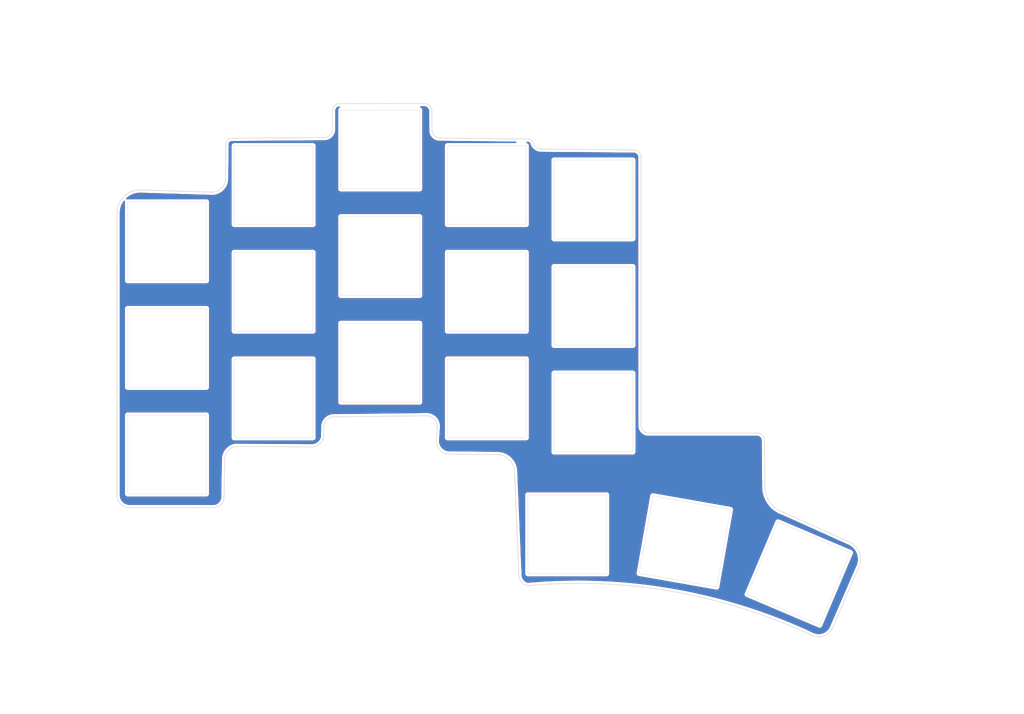
<source format=kicad_pcb>
(kicad_pcb (version 20241229) (generator "pcbnew") (generator_version "9.0")
  (title_block (title "Cheapino") (rev "2") (company "Appman"))
  (layers (0 "F.Cu" signal) (2 "B.Cu" signal) (13 "F.Paste" user) (15 "B.Paste" user) (5 "F.SilkS" user "F.Silkscreen") (7 "B.SilkS" user "B.Silkscreen") (1 "F.Mask" user) (3 "B.Mask" user) (25 "Edge.Cuts" user))
  (net 0 "")
  (footprint "pcb-top:Switch_Hole" (layer "F.Cu") (at 69.0118 70.3326)
    (property "Reference" "K13")
    (property "Value" "SwitchHole" (hide yes))
    (fp_rect (start -7 -7) (end 7 7) (stroke (width 0.05)) (fill no) (layer "Edge.Cuts"))
  )
  (footprint "pcb-top:Switch_Hole" (layer "F.Cu") (at 145.0086 100.8634)
    (property "Reference" "K3")
    (property "Value" "SwitchHole" (hide yes))
    (fp_rect (start -7 -7) (end 7 7) (stroke (width 0.05)) (fill no) (layer "Edge.Cuts"))
  )
  (footprint "pcb-top:Switch_Hole" (layer "F.Cu") (at 145.0086 62.865)
    (property "Reference" "K1")
    (property "Value" "SwitchHole" (hide yes))
    (fp_rect (start -7 -7) (end 7 7) (stroke (width 0.05)) (fill no) (layer "Edge.Cuts"))
  )
  (footprint "pcb-top:Switch_Hole" (layer "F.Cu") (at 107.0102 72.9742)
    (property "Reference" "K8")
    (property "Value" "SwitchHole" (hide yes))
    (fp_rect (start -7 -7) (end 7 7) (stroke (width 0.05)) (fill no) (layer "Edge.Cuts"))
  )
  (footprint "pcb-top:Switch_Hole" (layer "F.Cu") (at 88.011 98.3234)
    (property "Reference" "K12")
    (property "Value" "SwitchHole" (hide yes))
    (fp_rect (start -7 -7) (end 7 7) (stroke (width 0.05)) (fill no) (layer "Edge.Cuts"))
  )
  (footprint "pcb-top:Switch_Hole" (layer "F.Cu") (at 88.011 79.3242)
    (property "Reference" "K11")
    (property "Value" "SwitchHole" (hide yes))
    (fp_rect (start -7 -7) (end 7 7) (stroke (width 0.05)) (fill no) (layer "Edge.Cuts"))
  )
  (footprint "pcb-top:Switch_Hole" (layer "F.Cu") (at 69.0118 89.3318)
    (property "Reference" "K14")
    (property "Value" "SwitchHole" (hide yes))
    (fp_rect (start -7 -7) (end 7 7) (stroke (width 0.05)) (fill no) (layer "Edge.Cuts"))
  )
  (footprint "pcb-top:Switch_Hole" (layer "F.Cu") (at 126.0094 79.3242)
    (property "Reference" "K5")
    (property "Value" "SwitchHole" (hide yes))
    (fp_rect (start -7 -7) (end 7 7) (stroke (width 0.05)) (fill no) (layer "Edge.Cuts"))
  )
  (footprint "pcb-top:Switch_Hole" (layer "F.Cu") (at 126.0094 60.325)
    (property "Reference" "K4")
    (property "Value" "SwitchHole" (hide yes))
    (fp_rect (start -7 -7) (end 7 7) (stroke (width 0.05)) (fill no) (layer "Edge.Cuts"))
  )
  (footprint "pcb-top:Switch_Hole" (layer "F.Cu") (at 69.0118 108.331)
    (property "Reference" "K15")
    (property "Value" "SwitchHole" (hide yes))
    (fp_rect (start -7 -7) (end 7 7) (stroke (width 0.05)) (fill no) (layer "Edge.Cuts"))
  )
  (footprint "pcb-top:Switch_Hole" (layer "F.Cu") (at 161.28904 123.825 -10)
    (property "Reference" "K17")
    (property "Value" "SwitchHole" (hide yes))
    (fp_poly (pts (xy -7 -7) (xy 7 -7) (xy 7 7) (xy -7 7)) (stroke (width 0.05)) (fill no) (layer "Edge.Cuts"))
  )
  (footprint "pcb-top:Switch_Hole" (layer "F.Cu") (at 140.335 122.555)
    (property "Reference" "K18")
    (property "Value" "SwitchHole" (hide yes))
    (fp_rect (start -7 -7) (end 7 7) (stroke (width 0.05)) (fill no) (layer "Edge.Cuts"))
  )
  (footprint "pcb-top:Switch_Hole" (layer "F.Cu") (at 88.011 60.325)
    (property "Reference" "K10")
    (property "Value" "SwitchHole" (hide yes))
    (fp_rect (start -7 -7) (end 7 7) (stroke (width 0.05)) (fill no) (layer "Edge.Cuts"))
  )
  (footprint "pcb-top:Switch_Hole" (layer "F.Cu") (at 145.0086 81.8642)
    (property "Reference" "K2")
    (property "Value" "SwitchHole" (hide yes))
    (fp_rect (start -7 -7) (end 7 7) (stroke (width 0.05)) (fill no) (layer "Edge.Cuts"))
  )
  (footprint "pcb-top:Switch_Hole" (layer "F.Cu") (at 107.0102 53.975)
    (property "Reference" "K7")
    (property "Value" "SwitchHole" (hide yes))
    (fp_rect (start -7 -7) (end 7 7) (stroke (width 0.05)) (fill no) (layer "Edge.Cuts"))
  )
  (footprint "pcb-top:Switch_Hole" (layer "F.Cu") (at 181.61 129.540708 -23)
    (property "Reference" "K16")
    (property "Value" "SwitchHole" (hide yes))
    (fp_poly (pts (xy -7 -7) (xy 7 -7) (xy 7 7) (xy -7 7)) (stroke (width 0.05)) (fill no) (layer "Edge.Cuts"))
  )
  (footprint "pcb-top:Switch_Hole" (layer "F.Cu") (at 107.0102 91.9734)
    (property "Reference" "K9")
    (property "Value" "SwitchHole" (hide yes))
    (fp_rect (start -7 -7) (end 7 7) (stroke (width 0.05)) (fill no) (layer "Edge.Cuts"))
  )
  (footprint "pcb-top:Switch_Hole" (layer "F.Cu") (at 126.0094 98.3234)
    (property "Reference" "K6")
    (property "Value" "SwitchHole" (hide yes))
    (fp_rect (start -7 -7) (end 7 7) (stroke (width 0.05)) (fill no) (layer "Edge.Cuts"))
  )
  (gr_line (start 79.500515 52.914082) (end 79.429508 59.156588) (stroke (width 0.1)) (layer "Edge.Cuts"))
  (gr_arc (start 133.23974 131.710931) (mid 132.19387 131.074106) (end 131.716134 129.946649) (stroke (width 0.1)) (layer "Edge.Cuts"))
  (gr_line (start 127.721062 108.3501) (end 119.329201 108.257183) (stroke (width 0.1)) (layer "Edge.Cuts"))
  (gr_arc (start 79.500515 52.914082) (mid 79.796137 52.276064) (end 80.428649 51.968838) (stroke (width 0.1)) (layer "Edge.Cuts"))
  (gr_line (start 116.213579 47.189205) (end 116.246171 50.620072) (stroke (width 0.1)) (layer "Edge.Cuts"))
  (gr_arc (start 190.310839 123.79493) (mid 192.388435 125.746797) (end 192.230067 128.593041) (stroke (width 0.1)) (layer "Edge.Cuts"))
  (gr_line (start 99.7966 45.7962) (end 114.987095 45.766378) (stroke (width 0.1)) (layer "Edge.Cuts"))
  (gr_arc (start 178.879579 118.641349) (mid 176.468183 116.871883) (end 175.5648 114.0206) (stroke (width 0.1)) (layer "Edge.Cuts"))
  (gr_arc (start 98.502059 46.989799) (mid 98.901429 46.124135) (end 99.7966 45.7962) (stroke (width 0.1)) (layer "Edge.Cuts"))
  (gr_arc (start 96.94871 105.155514) (mid 96.221226 106.462658) (end 94.8182 106.981672) (stroke (width 0.1)) (layer "Edge.Cuts"))
  (gr_arc (start 79.429508 59.156588) (mid 78.721671 60.865471) (end 77.012788 61.573308) (stroke (width 0.1)) (layer "Edge.Cuts"))
  (gr_arc (start 154.8 104.5) (mid 153.880761 104.119239) (end 153.5 103.2) (stroke (width 0.1)) (layer "Edge.Cuts"))
  (gr_line (start 178.879579 118.641349) (end 190.310839 123.79493) (stroke (width 0.1)) (layer "Edge.Cuts"))
  (gr_line (start 81.227791 106.896091) (end 94.8182 106.981672) (stroke (width 0.1)) (layer "Edge.Cuts"))
  (gr_arc (start 60.096401 64.9732) (mid 61.411421 62.269947) (end 64.2112 61.175373) (stroke (width 0.1)) (layer "Edge.Cuts"))
  (gr_line (start 153.480442 55.3212) (end 153.5 103.2) (stroke (width 0.1)) (layer "Edge.Cuts"))
  (gr_line (start 98.501199 50.546) (end 98.502059 46.989799) (stroke (width 0.1)) (layer "Edge.Cuts"))
  (gr_line (start 60.097766 115.541608) (end 60.096401 64.9732) (stroke (width 0.1)) (layer "Edge.Cuts"))
  (gr_line (start 62.3062 117.804489) (end 77.241392 117.828012) (stroke (width 0.1)) (layer "Edge.Cuts"))
  (gr_arc (start 174.2 104.5) (mid 175.119239 104.880761) (end 175.5 105.8) (stroke (width 0.1)) (layer "Edge.Cuts"))
  (gr_line (start 175.5 105.807672) (end 175.5648 114.0206) (stroke (width 0.1)) (layer "Edge.Cuts"))
  (gr_line (start 135.567935 53.896886) (end 152.1968 54.037558) (stroke (width 0.1)) (layer "Edge.Cuts"))
  (gr_arc (start 62.3062 117.804489) (mid 60.725234 117.138326) (end 60.097766 115.541608) (stroke (width 0.1)) (layer "Edge.Cuts"))
  (gr_arc (start 119.329201 108.257183) (mid 117.683184 107.580049) (end 116.990127 105.940673) (stroke (width 0.1)) (layer "Edge.Cuts"))
  (gr_line (start 79.282174 109.207622) (end 79.169212 115.900208) (stroke (width 0.1)) (layer "Edge.Cuts"))
  (gr_arc (start 114.987095 45.766378) (mid 115.886412 46.231193) (end 116.213579 47.189205) (stroke (width 0.1)) (layer "Edge.Cuts"))
  (gr_line (start 154.8 104.5) (end 174.2 104.5) (stroke (width 0.1)) (layer "Edge.Cuts"))
  (gr_line (start 192.230067 128.593041) (end 187.669548 139.120643) (stroke (width 0.1)) (layer "Edge.Cuts"))
  (gr_line (start 117.157805 103.494668) (end 116.990127 105.940673) (stroke (width 0.1)) (layer "Edge.Cuts"))
  (gr_arc (start 79.169212 115.900208) (mid 78.604563 117.263375) (end 77.241392 117.828012) (stroke (width 0.1)) (layer "Edge.Cuts"))
  (gr_line (start 117.659691 51.926875) (end 133.35 52.100427) (stroke (width 0.1)) (layer "Edge.Cuts"))
  (gr_arc (start 79.282174 109.207622) (mid 79.8322 107.696) (end 81.227791 106.896091) (stroke (width 0.1)) (layer "Edge.Cuts"))
  (gr_line (start 64.2112 61.175373) (end 77.012788 61.573308) (stroke (width 0.1)) (layer "Edge.Cuts"))
  (gr_line (start 97.057003 51.832357) (end 80.428649 51.968838) (stroke (width 0.1)) (layer "Edge.Cuts"))
  (gr_arc (start 187.669548 139.120643) (mid 186.176086 140.638018) (end 184.047178 140.613355) (stroke (width 0.1)) (layer "Edge.Cuts"))
  (gr_arc (start 152.1968 54.037558) (mid 153.104472 54.413528) (end 153.480442 55.3212) (stroke (width 0.1)) (layer "Edge.Cuts"))
  (gr_arc (start 98.501199 50.546) (mid 98.010882 51.4494) (end 97.057003 51.832357) (stroke (width 0.1)) (layer "Edge.Cuts"))
  (gr_arc (start 117.659691 51.926875) (mid 116.681009 51.567601) (end 116.246171 50.620072) (stroke (width 0.1)) (layer "Edge.Cuts"))
  (gr_arc (start 133.35 52.100427) (mid 133.964678 52.322967) (end 134.294428 52.88743) (stroke (width 0.1)) (layer "Edge.Cuts"))
  (gr_line (start 96.971982 103.342103) (end 96.94871 105.155514) (stroke (width 0.1)) (layer "Edge.Cuts"))
  (gr_arc (start 127.721062 108.3501) (mid 129.875764 109.124199) (end 130.927972 111.157638) (stroke (width 0.1)) (layer "Edge.Cuts"))
  (gr_line (start 130.927972 111.157638) (end 131.716134 129.946649) (stroke (width 0.1)) (layer "Edge.Cuts"))
  (gr_line (start 115.097757 101.434593) (end 98.988901 101.630126) (stroke (width 0.1)) (layer "Edge.Cuts"))
  (gr_arc (start 115.097757 101.434593) (mid 116.608711 101.983706) (end 117.157805 103.494668) (stroke (width 0.1)) (layer "Edge.Cuts"))
  (gr_arc (start 96.971982 103.342103) (mid 97.608862 102.048349) (end 98.988901 101.630126) (stroke (width 0.1)) (layer "Edge.Cuts"))
  (gr_arc (start 135.567935 53.896886) (mid 134.786253 53.574997) (end 134.294429 52.88743) (stroke (width 0.1)) (layer "Edge.Cuts"))
  (gr_arc (start 133.23974 131.710931) (mid 159.237601 132.771289) (end 184.047178 140.613356) (stroke (width 0.1)) (layer "Edge.Cuts"))
  (zone (net 0) (net_name "") (layers "F.Cu" "B.Cu") (connect_pads (clearance 0.508)) (min_thickness 0.25) (fill yes (thermal_gap 0.5) (thermal_bridge_width 0.5) (island_removal_mode 1) (island_area_min 10))
    (polygon (pts (xy 42.3164 27.3304) (xy 221.742 32.3596) (xy 209.4738 153.1874) (xy 39.243 154.5844)))
  )
)
</source>
